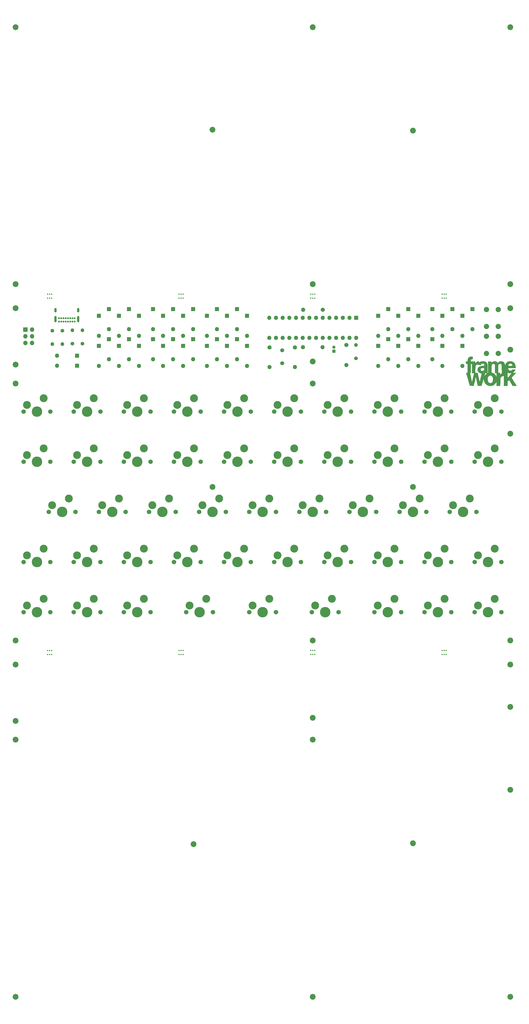
<source format=gts>
G04 #@! TF.GenerationSoftware,KiCad,Pcbnew,8.0.6*
G04 #@! TF.CreationDate,2024-11-17T02:17:28-07:00*
G04 #@! TF.ProjectId,framework,6672616d-6577-46f7-926b-2e6b69636164,1*
G04 #@! TF.SameCoordinates,Original*
G04 #@! TF.FileFunction,Soldermask,Top*
G04 #@! TF.FilePolarity,Negative*
%FSLAX46Y46*%
G04 Gerber Fmt 4.6, Leading zero omitted, Abs format (unit mm)*
G04 Created by KiCad (PCBNEW 8.0.6) date 2024-11-17 02:17:28*
%MOMM*%
%LPD*%
G01*
G04 APERTURE LIST*
%ADD10C,0.010000*%
%ADD11R,1.200000X1.200000*%
%ADD12C,1.200000*%
%ADD13C,1.500000*%
%ADD14R,1.600000X1.600000*%
%ADD15O,1.600000X1.600000*%
%ADD16C,1.701800*%
%ADD17C,3.987800*%
%ADD18C,3.000000*%
%ADD19C,2.000000*%
%ADD20C,1.400000*%
%ADD21O,1.400000X1.400000*%
%ADD22C,1.600000*%
%ADD23C,0.700000*%
%ADD24O,0.900000X2.400000*%
%ADD25O,0.900000X1.700000*%
%ADD26R,1.700000X1.700000*%
%ADD27O,1.700000X1.700000*%
%ADD28C,2.200000*%
%ADD29C,0.500000*%
G04 APERTURE END LIST*
D10*
X268668232Y-208487719D02*
X268852230Y-208545483D01*
X268926316Y-208690057D01*
X268939272Y-208988430D01*
X268936897Y-209031020D01*
X268913287Y-209280247D01*
X268863938Y-209407400D01*
X268759029Y-209459690D01*
X268656561Y-209474821D01*
X268382391Y-209543879D01*
X268237586Y-209695633D01*
X268191297Y-209965129D01*
X268190895Y-210003797D01*
X268190895Y-210329030D01*
X269841895Y-210377496D01*
X269868580Y-210750653D01*
X269895266Y-211123811D01*
X270055336Y-210860597D01*
X270336174Y-210557388D01*
X270751592Y-210352723D01*
X270963728Y-210296299D01*
X271150713Y-210267772D01*
X271225298Y-210318667D01*
X271238891Y-210485510D01*
X271238895Y-210491808D01*
X271238895Y-210746575D01*
X271606821Y-210540937D01*
X272061685Y-210360409D01*
X272569396Y-210279056D01*
X273085989Y-210293417D01*
X273567499Y-210400029D01*
X273969960Y-210595431D01*
X274142747Y-210740598D01*
X274272186Y-210894243D01*
X274370642Y-211066239D01*
X274442193Y-211281246D01*
X274490914Y-211563925D01*
X274520880Y-211938940D01*
X274536167Y-212430950D01*
X274540851Y-213064618D01*
X274540895Y-213149770D01*
X274540895Y-214737829D01*
X273701398Y-214737829D01*
X273522479Y-215338606D01*
X273442074Y-215634992D01*
X273394566Y-215864228D01*
X273388781Y-215982434D01*
X273391894Y-215987717D01*
X273432175Y-215962159D01*
X273440228Y-215889418D01*
X273501800Y-215747302D01*
X273661909Y-215539851D01*
X273883644Y-215303356D01*
X274130095Y-215074106D01*
X274364351Y-214888392D01*
X274549501Y-214782505D01*
X274573702Y-214774987D01*
X274794895Y-214719472D01*
X274794895Y-213080984D01*
X275996461Y-213080984D01*
X275999257Y-213270472D01*
X276022561Y-214592322D01*
X276376114Y-214696622D01*
X276685693Y-214812217D01*
X276986557Y-214960587D01*
X277026516Y-214984385D01*
X277306126Y-215221477D01*
X277574385Y-215555540D01*
X277786396Y-215921951D01*
X277893097Y-216231666D01*
X277937281Y-216421830D01*
X277975442Y-216514163D01*
X277979317Y-216515829D01*
X277992828Y-216436995D01*
X278003650Y-216223813D01*
X278010490Y-215911263D01*
X278012091Y-215649226D01*
X278012228Y-215626829D01*
X278012228Y-214737829D01*
X277419561Y-214737829D01*
X277419561Y-214643426D01*
X278604895Y-214643426D01*
X279324561Y-214695496D01*
X279350932Y-215111504D01*
X279377303Y-215527513D01*
X279536902Y-215265075D01*
X279686925Y-215064157D01*
X279837675Y-214927708D01*
X279849197Y-214921088D01*
X279901510Y-214882003D01*
X279939249Y-214813549D01*
X279963879Y-214692656D01*
X279970992Y-214585068D01*
X282160895Y-214585068D01*
X282160895Y-215649226D01*
X282163190Y-216047363D01*
X282169461Y-216372001D01*
X282178788Y-216592565D01*
X282190248Y-216678482D01*
X282191901Y-216678107D01*
X282254547Y-216602661D01*
X282402703Y-216422728D01*
X282614575Y-216164814D01*
X282868367Y-215855425D01*
X282882246Y-215838496D01*
X283148853Y-215513783D01*
X283385790Y-215226170D01*
X283567103Y-215007098D01*
X283666227Y-214888723D01*
X283726451Y-214804105D01*
X283694845Y-214768559D01*
X283542278Y-214771983D01*
X283378049Y-214788820D01*
X282912695Y-214782146D01*
X282563061Y-214709712D01*
X282160895Y-214585068D01*
X279970992Y-214585068D01*
X279976863Y-214496253D01*
X279979667Y-214201270D01*
X279973756Y-213784635D01*
X279960593Y-213223278D01*
X279959561Y-213182769D01*
X279942452Y-212575312D01*
X279922054Y-212115126D01*
X279910235Y-211983443D01*
X282330228Y-211983443D01*
X282408915Y-212002355D01*
X282621082Y-212017358D01*
X282930888Y-212026544D01*
X283176895Y-212028496D01*
X283569734Y-212024573D01*
X283821858Y-212009862D01*
X283961765Y-211979946D01*
X284017955Y-211930408D01*
X284023561Y-211897291D01*
X283967908Y-211672202D01*
X283832629Y-211421544D01*
X283665240Y-211226242D01*
X283604918Y-211184339D01*
X283294553Y-211102628D01*
X282960406Y-211141479D01*
X282763456Y-211235227D01*
X282618061Y-211388223D01*
X282469908Y-211616736D01*
X282360973Y-211848273D01*
X282330228Y-211983443D01*
X279910235Y-211983443D01*
X279891990Y-211780177D01*
X279845882Y-211548430D01*
X279777352Y-211397852D01*
X279680022Y-211306409D01*
X279547515Y-211252065D01*
X279390319Y-211216147D01*
X279190605Y-211201885D01*
X279025139Y-211274176D01*
X278862287Y-211419411D01*
X278604895Y-211676803D01*
X278604895Y-214643426D01*
X277419561Y-214643426D01*
X277419561Y-213167647D01*
X277418943Y-212616027D01*
X277415082Y-212207985D01*
X277404966Y-211917764D01*
X277385587Y-211719611D01*
X277375310Y-211676803D01*
X277353933Y-211587768D01*
X277306995Y-211496482D01*
X277241761Y-211419995D01*
X277211743Y-211389647D01*
X276976532Y-211222446D01*
X276715358Y-211193018D01*
X276447311Y-211265957D01*
X276283274Y-211357698D01*
X276161159Y-211505275D01*
X276076193Y-211730040D01*
X276023603Y-212053345D01*
X275998617Y-212496542D01*
X275996461Y-213080984D01*
X274794895Y-213080984D01*
X274794895Y-210335162D01*
X275980228Y-210335162D01*
X275980228Y-210858215D01*
X276236857Y-210642276D01*
X276587977Y-210428152D01*
X277009072Y-210287536D01*
X277316447Y-210250968D01*
X277639615Y-210311617D01*
X277968655Y-210467781D01*
X278219650Y-210678639D01*
X278234531Y-210697556D01*
X278393228Y-210908058D01*
X278666080Y-210668562D01*
X279100479Y-210391204D01*
X279577572Y-210272134D01*
X280072398Y-210315106D01*
X280355127Y-210414594D01*
X280636278Y-210577257D01*
X280836566Y-210791480D01*
X280982125Y-211096509D01*
X281099089Y-211531587D01*
X281099150Y-211531867D01*
X281157843Y-211775397D01*
X281201977Y-211907872D01*
X281222527Y-211902657D01*
X281222830Y-211896953D01*
X281289122Y-211620892D01*
X281446483Y-211291566D01*
X281659319Y-210968094D01*
X281892039Y-210709596D01*
X281979787Y-210639655D01*
X282461242Y-210398637D01*
X282995524Y-210286066D01*
X283540765Y-210300646D01*
X284055100Y-210441082D01*
X284496664Y-210706079D01*
X284510733Y-210717976D01*
X284824834Y-211069105D01*
X285037988Y-211509850D01*
X285162272Y-212067775D01*
X285183169Y-212252783D01*
X285233381Y-212790496D01*
X283781804Y-212790496D01*
X283255030Y-212791298D01*
X282874013Y-212795582D01*
X282615182Y-212806169D01*
X282454962Y-212825874D01*
X282369780Y-212857517D01*
X282336062Y-212903916D01*
X282330228Y-212964033D01*
X282392679Y-213237840D01*
X282550113Y-213526323D01*
X282757649Y-213748702D01*
X282771916Y-213759023D01*
X283077477Y-213878305D01*
X283415231Y-213864512D01*
X283728220Y-213728532D01*
X283922529Y-213539059D01*
X284023005Y-213449791D01*
X284192702Y-213401487D01*
X284474918Y-213383949D01*
X284584401Y-213383162D01*
X284879097Y-213386423D01*
X285038496Y-213404966D01*
X285096623Y-213451925D01*
X285087502Y-213540440D01*
X285077773Y-213573662D01*
X284934531Y-213864205D01*
X284699673Y-214170426D01*
X284428627Y-214424031D01*
X284336353Y-214487187D01*
X284076092Y-214645461D01*
X284723562Y-214670478D01*
X285371033Y-214695496D01*
X284525629Y-215600268D01*
X283680224Y-216505040D01*
X284427511Y-217716934D01*
X284692536Y-218146974D01*
X284941025Y-218550620D01*
X285153004Y-218895397D01*
X285308500Y-219148825D01*
X285368084Y-219246329D01*
X285561372Y-219563829D01*
X284041720Y-219563829D01*
X282797338Y-217368057D01*
X282479116Y-217678793D01*
X282160895Y-217989528D01*
X282160895Y-219563829D01*
X280806228Y-219563829D01*
X280806228Y-215816853D01*
X280446395Y-215874287D01*
X280022022Y-215995368D01*
X279708869Y-216217055D01*
X279558574Y-216407157D01*
X279502013Y-216517881D01*
X279459790Y-216670644D01*
X279429120Y-216891994D01*
X279407219Y-217208480D01*
X279391301Y-217646649D01*
X279381067Y-218099311D01*
X279352907Y-219563829D01*
X278012228Y-219563829D01*
X278006331Y-218611329D01*
X278003157Y-218201372D01*
X277997166Y-217943505D01*
X277984514Y-217820488D01*
X277961360Y-217815079D01*
X277923862Y-217910039D01*
X277880697Y-218047523D01*
X277689386Y-218451219D01*
X277386094Y-218852061D01*
X277019632Y-219194092D01*
X276710118Y-219389546D01*
X276280197Y-219532725D01*
X275769010Y-219605726D01*
X275251976Y-219602593D01*
X274863437Y-219535396D01*
X274293572Y-219294522D01*
X273835131Y-218929453D01*
X273493431Y-218447961D01*
X273273790Y-217857817D01*
X273181524Y-217166792D01*
X273180084Y-217108857D01*
X274550375Y-217108857D01*
X274584580Y-217508597D01*
X274658190Y-217861003D01*
X274766075Y-218107027D01*
X274768996Y-218111071D01*
X275072217Y-218402761D01*
X275433667Y-218557378D01*
X275816768Y-218566565D01*
X276170279Y-218431230D01*
X276382313Y-218209884D01*
X276538074Y-217870071D01*
X276631370Y-217455083D01*
X276656010Y-217008211D01*
X276605803Y-216572747D01*
X276486978Y-216216914D01*
X276256421Y-215904210D01*
X275953675Y-215719299D01*
X275613513Y-215658706D01*
X275270712Y-215718950D01*
X274960046Y-215896555D01*
X274716289Y-216188041D01*
X274620693Y-216403578D01*
X274560704Y-216720834D01*
X274550375Y-217108857D01*
X273180084Y-217108857D01*
X273179214Y-217073873D01*
X273172201Y-216558162D01*
X272961604Y-217235496D01*
X272837688Y-217635809D01*
X272690325Y-218114490D01*
X272545249Y-218587870D01*
X272499315Y-218738329D01*
X272247623Y-219563829D01*
X270827111Y-219563829D01*
X270692336Y-218949996D01*
X270620177Y-218621665D01*
X270524244Y-218185606D01*
X270417221Y-217699452D01*
X270315022Y-217235496D01*
X270223763Y-216843498D01*
X270141746Y-216532038D01*
X270076575Y-216327065D01*
X270035853Y-216254528D01*
X270029749Y-216261829D01*
X269990711Y-216409798D01*
X269933463Y-216662701D01*
X269884492Y-216896829D01*
X269824418Y-217180646D01*
X269736926Y-217576482D01*
X269633818Y-218031625D01*
X269528274Y-218487501D01*
X269274578Y-219570174D01*
X267815252Y-219521496D01*
X266478805Y-214843662D01*
X267874308Y-214843662D01*
X267904055Y-214957598D01*
X267961816Y-215208524D01*
X268041212Y-215567629D01*
X268135859Y-216006101D01*
X268225947Y-216431162D01*
X268330066Y-216924835D01*
X268425334Y-217373448D01*
X268505016Y-217745524D01*
X268562377Y-218009589D01*
X268588285Y-218124496D01*
X268604646Y-218200060D01*
X268618141Y-218252657D01*
X268633933Y-218264608D01*
X268657184Y-218218238D01*
X268693056Y-218095871D01*
X268746712Y-217879830D01*
X268823313Y-217552439D01*
X268928022Y-217096021D01*
X269066001Y-216492900D01*
X269070447Y-216473496D01*
X269176252Y-216013296D01*
X269273011Y-215595276D01*
X269352465Y-215254922D01*
X269406349Y-215027721D01*
X269420354Y-214970662D01*
X269447156Y-214828909D01*
X269406975Y-214760875D01*
X269261322Y-214739507D01*
X269089073Y-214737829D01*
X268698895Y-214737829D01*
X268698895Y-214644313D01*
X269884228Y-214644313D01*
X270323843Y-214669904D01*
X270763459Y-214695496D01*
X271149343Y-216450016D01*
X271284940Y-217047860D01*
X271400105Y-217517117D01*
X271492204Y-217848310D01*
X271558603Y-218031964D01*
X271596631Y-218058683D01*
X271634299Y-217931962D01*
X271701378Y-217669182D01*
X271790769Y-217299636D01*
X271895375Y-216852616D01*
X271981773Y-216473496D01*
X273186228Y-216473496D01*
X273228561Y-216515829D01*
X273270895Y-216473496D01*
X273228561Y-216431162D01*
X273186228Y-216473496D01*
X271981773Y-216473496D01*
X271998797Y-216398795D01*
X272106949Y-215916652D01*
X272200951Y-215494504D01*
X272274950Y-215158883D01*
X272323096Y-214936324D01*
X272339561Y-214853628D01*
X272267875Y-214828840D01*
X272158884Y-214822496D01*
X271687991Y-214747110D01*
X271442656Y-214618552D01*
X273043386Y-214618552D01*
X273079296Y-214649672D01*
X273212379Y-214653162D01*
X273394687Y-214611670D01*
X273440228Y-214526162D01*
X273404894Y-214416037D01*
X273288429Y-214436167D01*
X273148879Y-214528855D01*
X273043386Y-214618552D01*
X271442656Y-214618552D01*
X271289252Y-214538167D01*
X270984464Y-214221485D01*
X270795425Y-213822884D01*
X270745628Y-213383162D01*
X271916228Y-213383162D01*
X271984938Y-213671571D01*
X272165703Y-213870581D01*
X272420480Y-213969175D01*
X272711223Y-213956333D01*
X272999886Y-213821037D01*
X273108074Y-213728342D01*
X273287467Y-213496569D01*
X273352384Y-213237061D01*
X273355561Y-213135675D01*
X273355561Y-212790496D01*
X272805228Y-212790496D01*
X272385184Y-212825891D01*
X272106444Y-212938258D01*
X271955098Y-213136870D01*
X271916228Y-213383162D01*
X270745628Y-213383162D01*
X270743931Y-213368181D01*
X270767174Y-213173988D01*
X270920231Y-212774115D01*
X271214060Y-212461589D01*
X271650486Y-212235324D01*
X272231331Y-212094236D01*
X272657061Y-212049553D01*
X273355561Y-212004627D01*
X273355561Y-211720228D01*
X273284058Y-211411499D01*
X273090062Y-211193678D01*
X272804338Y-211098810D01*
X272757328Y-211097162D01*
X272402686Y-211158871D01*
X272161860Y-211341124D01*
X272082062Y-211487365D01*
X272025625Y-211602150D01*
X271937733Y-211662260D01*
X271773191Y-211681431D01*
X271486799Y-211673404D01*
X271472282Y-211672717D01*
X271153680Y-211644274D01*
X270990934Y-211594947D01*
X270963728Y-211541662D01*
X270918153Y-211457293D01*
X270762836Y-211442686D01*
X270541710Y-211496483D01*
X270399440Y-211559099D01*
X270212833Y-211684943D01*
X270075473Y-211858159D01*
X269980650Y-212103442D01*
X269921653Y-212445487D01*
X269891773Y-212908987D01*
X269884228Y-213455033D01*
X269884228Y-214644313D01*
X268698895Y-214644313D01*
X268698895Y-213455033D01*
X268698895Y-211266496D01*
X268190895Y-211266496D01*
X268190895Y-213002162D01*
X268190385Y-213585148D01*
X268187376Y-214020385D01*
X268179651Y-214329458D01*
X268164990Y-214533950D01*
X268141175Y-214655447D01*
X268105989Y-214715531D01*
X268057211Y-214735788D01*
X268012503Y-214737829D01*
X267882885Y-214777085D01*
X267874308Y-214843662D01*
X266478805Y-214843662D01*
X266436474Y-214695496D01*
X266721018Y-214669218D01*
X267005561Y-214642940D01*
X267005561Y-211276717D01*
X266688061Y-211250440D01*
X266370561Y-211224162D01*
X266319379Y-210335162D01*
X267005561Y-210335162D01*
X267007421Y-209932996D01*
X267072668Y-209430799D01*
X267256254Y-209022155D01*
X267547472Y-208727011D01*
X267701202Y-208640829D01*
X268022679Y-208534254D01*
X268365448Y-208481525D01*
X268668232Y-208487719D01*
G36*
X268668232Y-208487719D02*
G01*
X268852230Y-208545483D01*
X268926316Y-208690057D01*
X268939272Y-208988430D01*
X268936897Y-209031020D01*
X268913287Y-209280247D01*
X268863938Y-209407400D01*
X268759029Y-209459690D01*
X268656561Y-209474821D01*
X268382391Y-209543879D01*
X268237586Y-209695633D01*
X268191297Y-209965129D01*
X268190895Y-210003797D01*
X268190895Y-210329030D01*
X269841895Y-210377496D01*
X269868580Y-210750653D01*
X269895266Y-211123811D01*
X270055336Y-210860597D01*
X270336174Y-210557388D01*
X270751592Y-210352723D01*
X270963728Y-210296299D01*
X271150713Y-210267772D01*
X271225298Y-210318667D01*
X271238891Y-210485510D01*
X271238895Y-210491808D01*
X271238895Y-210746575D01*
X271606821Y-210540937D01*
X272061685Y-210360409D01*
X272569396Y-210279056D01*
X273085989Y-210293417D01*
X273567499Y-210400029D01*
X273969960Y-210595431D01*
X274142747Y-210740598D01*
X274272186Y-210894243D01*
X274370642Y-211066239D01*
X274442193Y-211281246D01*
X274490914Y-211563925D01*
X274520880Y-211938940D01*
X274536167Y-212430950D01*
X274540851Y-213064618D01*
X274540895Y-213149770D01*
X274540895Y-214737829D01*
X273701398Y-214737829D01*
X273522479Y-215338606D01*
X273442074Y-215634992D01*
X273394566Y-215864228D01*
X273388781Y-215982434D01*
X273391894Y-215987717D01*
X273432175Y-215962159D01*
X273440228Y-215889418D01*
X273501800Y-215747302D01*
X273661909Y-215539851D01*
X273883644Y-215303356D01*
X274130095Y-215074106D01*
X274364351Y-214888392D01*
X274549501Y-214782505D01*
X274573702Y-214774987D01*
X274794895Y-214719472D01*
X274794895Y-213080984D01*
X275996461Y-213080984D01*
X275999257Y-213270472D01*
X276022561Y-214592322D01*
X276376114Y-214696622D01*
X276685693Y-214812217D01*
X276986557Y-214960587D01*
X277026516Y-214984385D01*
X277306126Y-215221477D01*
X277574385Y-215555540D01*
X277786396Y-215921951D01*
X277893097Y-216231666D01*
X277937281Y-216421830D01*
X277975442Y-216514163D01*
X277979317Y-216515829D01*
X277992828Y-216436995D01*
X278003650Y-216223813D01*
X278010490Y-215911263D01*
X278012091Y-215649226D01*
X278012228Y-215626829D01*
X278012228Y-214737829D01*
X277419561Y-214737829D01*
X277419561Y-214643426D01*
X278604895Y-214643426D01*
X279324561Y-214695496D01*
X279350932Y-215111504D01*
X279377303Y-215527513D01*
X279536902Y-215265075D01*
X279686925Y-215064157D01*
X279837675Y-214927708D01*
X279849197Y-214921088D01*
X279901510Y-214882003D01*
X279939249Y-214813549D01*
X279963879Y-214692656D01*
X279970992Y-214585068D01*
X282160895Y-214585068D01*
X282160895Y-215649226D01*
X282163190Y-216047363D01*
X282169461Y-216372001D01*
X282178788Y-216592565D01*
X282190248Y-216678482D01*
X282191901Y-216678107D01*
X282254547Y-216602661D01*
X282402703Y-216422728D01*
X282614575Y-216164814D01*
X282868367Y-215855425D01*
X282882246Y-215838496D01*
X283148853Y-215513783D01*
X283385790Y-215226170D01*
X283567103Y-215007098D01*
X283666227Y-214888723D01*
X283726451Y-214804105D01*
X283694845Y-214768559D01*
X283542278Y-214771983D01*
X283378049Y-214788820D01*
X282912695Y-214782146D01*
X282563061Y-214709712D01*
X282160895Y-214585068D01*
X279970992Y-214585068D01*
X279976863Y-214496253D01*
X279979667Y-214201270D01*
X279973756Y-213784635D01*
X279960593Y-213223278D01*
X279959561Y-213182769D01*
X279942452Y-212575312D01*
X279922054Y-212115126D01*
X279910235Y-211983443D01*
X282330228Y-211983443D01*
X282408915Y-212002355D01*
X282621082Y-212017358D01*
X282930888Y-212026544D01*
X283176895Y-212028496D01*
X283569734Y-212024573D01*
X283821858Y-212009862D01*
X283961765Y-211979946D01*
X284017955Y-211930408D01*
X284023561Y-211897291D01*
X283967908Y-211672202D01*
X283832629Y-211421544D01*
X283665240Y-211226242D01*
X283604918Y-211184339D01*
X283294553Y-211102628D01*
X282960406Y-211141479D01*
X282763456Y-211235227D01*
X282618061Y-211388223D01*
X282469908Y-211616736D01*
X282360973Y-211848273D01*
X282330228Y-211983443D01*
X279910235Y-211983443D01*
X279891990Y-211780177D01*
X279845882Y-211548430D01*
X279777352Y-211397852D01*
X279680022Y-211306409D01*
X279547515Y-211252065D01*
X279390319Y-211216147D01*
X279190605Y-211201885D01*
X279025139Y-211274176D01*
X278862287Y-211419411D01*
X278604895Y-211676803D01*
X278604895Y-214643426D01*
X277419561Y-214643426D01*
X277419561Y-213167647D01*
X277418943Y-212616027D01*
X277415082Y-212207985D01*
X277404966Y-211917764D01*
X277385587Y-211719611D01*
X277375310Y-211676803D01*
X277353933Y-211587768D01*
X277306995Y-211496482D01*
X277241761Y-211419995D01*
X277211743Y-211389647D01*
X276976532Y-211222446D01*
X276715358Y-211193018D01*
X276447311Y-211265957D01*
X276283274Y-211357698D01*
X276161159Y-211505275D01*
X276076193Y-211730040D01*
X276023603Y-212053345D01*
X275998617Y-212496542D01*
X275996461Y-213080984D01*
X274794895Y-213080984D01*
X274794895Y-210335162D01*
X275980228Y-210335162D01*
X275980228Y-210858215D01*
X276236857Y-210642276D01*
X276587977Y-210428152D01*
X277009072Y-210287536D01*
X277316447Y-210250968D01*
X277639615Y-210311617D01*
X277968655Y-210467781D01*
X278219650Y-210678639D01*
X278234531Y-210697556D01*
X278393228Y-210908058D01*
X278666080Y-210668562D01*
X279100479Y-210391204D01*
X279577572Y-210272134D01*
X280072398Y-210315106D01*
X280355127Y-210414594D01*
X280636278Y-210577257D01*
X280836566Y-210791480D01*
X280982125Y-211096509D01*
X281099089Y-211531587D01*
X281099150Y-211531867D01*
X281157843Y-211775397D01*
X281201977Y-211907872D01*
X281222527Y-211902657D01*
X281222830Y-211896953D01*
X281289122Y-211620892D01*
X281446483Y-211291566D01*
X281659319Y-210968094D01*
X281892039Y-210709596D01*
X281979787Y-210639655D01*
X282461242Y-210398637D01*
X282995524Y-210286066D01*
X283540765Y-210300646D01*
X284055100Y-210441082D01*
X284496664Y-210706079D01*
X284510733Y-210717976D01*
X284824834Y-211069105D01*
X285037988Y-211509850D01*
X285162272Y-212067775D01*
X285183169Y-212252783D01*
X285233381Y-212790496D01*
X283781804Y-212790496D01*
X283255030Y-212791298D01*
X282874013Y-212795582D01*
X282615182Y-212806169D01*
X282454962Y-212825874D01*
X282369780Y-212857517D01*
X282336062Y-212903916D01*
X282330228Y-212964033D01*
X282392679Y-213237840D01*
X282550113Y-213526323D01*
X282757649Y-213748702D01*
X282771916Y-213759023D01*
X283077477Y-213878305D01*
X283415231Y-213864512D01*
X283728220Y-213728532D01*
X283922529Y-213539059D01*
X284023005Y-213449791D01*
X284192702Y-213401487D01*
X284474918Y-213383949D01*
X284584401Y-213383162D01*
X284879097Y-213386423D01*
X285038496Y-213404966D01*
X285096623Y-213451925D01*
X285087502Y-213540440D01*
X285077773Y-213573662D01*
X284934531Y-213864205D01*
X284699673Y-214170426D01*
X284428627Y-214424031D01*
X284336353Y-214487187D01*
X284076092Y-214645461D01*
X284723562Y-214670478D01*
X285371033Y-214695496D01*
X284525629Y-215600268D01*
X283680224Y-216505040D01*
X284427511Y-217716934D01*
X284692536Y-218146974D01*
X284941025Y-218550620D01*
X285153004Y-218895397D01*
X285308500Y-219148825D01*
X285368084Y-219246329D01*
X285561372Y-219563829D01*
X284041720Y-219563829D01*
X282797338Y-217368057D01*
X282479116Y-217678793D01*
X282160895Y-217989528D01*
X282160895Y-219563829D01*
X280806228Y-219563829D01*
X280806228Y-215816853D01*
X280446395Y-215874287D01*
X280022022Y-215995368D01*
X279708869Y-216217055D01*
X279558574Y-216407157D01*
X279502013Y-216517881D01*
X279459790Y-216670644D01*
X279429120Y-216891994D01*
X279407219Y-217208480D01*
X279391301Y-217646649D01*
X279381067Y-218099311D01*
X279352907Y-219563829D01*
X278012228Y-219563829D01*
X278006331Y-218611329D01*
X278003157Y-218201372D01*
X277997166Y-217943505D01*
X277984514Y-217820488D01*
X277961360Y-217815079D01*
X277923862Y-217910039D01*
X277880697Y-218047523D01*
X277689386Y-218451219D01*
X277386094Y-218852061D01*
X277019632Y-219194092D01*
X276710118Y-219389546D01*
X276280197Y-219532725D01*
X275769010Y-219605726D01*
X275251976Y-219602593D01*
X274863437Y-219535396D01*
X274293572Y-219294522D01*
X273835131Y-218929453D01*
X273493431Y-218447961D01*
X273273790Y-217857817D01*
X273181524Y-217166792D01*
X273180084Y-217108857D01*
X274550375Y-217108857D01*
X274584580Y-217508597D01*
X274658190Y-217861003D01*
X274766075Y-218107027D01*
X274768996Y-218111071D01*
X275072217Y-218402761D01*
X275433667Y-218557378D01*
X275816768Y-218566565D01*
X276170279Y-218431230D01*
X276382313Y-218209884D01*
X276538074Y-217870071D01*
X276631370Y-217455083D01*
X276656010Y-217008211D01*
X276605803Y-216572747D01*
X276486978Y-216216914D01*
X276256421Y-215904210D01*
X275953675Y-215719299D01*
X275613513Y-215658706D01*
X275270712Y-215718950D01*
X274960046Y-215896555D01*
X274716289Y-216188041D01*
X274620693Y-216403578D01*
X274560704Y-216720834D01*
X274550375Y-217108857D01*
X273180084Y-217108857D01*
X273179214Y-217073873D01*
X273172201Y-216558162D01*
X272961604Y-217235496D01*
X272837688Y-217635809D01*
X272690325Y-218114490D01*
X272545249Y-218587870D01*
X272499315Y-218738329D01*
X272247623Y-219563829D01*
X270827111Y-219563829D01*
X270692336Y-218949996D01*
X270620177Y-218621665D01*
X270524244Y-218185606D01*
X270417221Y-217699452D01*
X270315022Y-217235496D01*
X270223763Y-216843498D01*
X270141746Y-216532038D01*
X270076575Y-216327065D01*
X270035853Y-216254528D01*
X270029749Y-216261829D01*
X269990711Y-216409798D01*
X269933463Y-216662701D01*
X269884492Y-216896829D01*
X269824418Y-217180646D01*
X269736926Y-217576482D01*
X269633818Y-218031625D01*
X269528274Y-218487501D01*
X269274578Y-219570174D01*
X267815252Y-219521496D01*
X266478805Y-214843662D01*
X267874308Y-214843662D01*
X267904055Y-214957598D01*
X267961816Y-215208524D01*
X268041212Y-215567629D01*
X268135859Y-216006101D01*
X268225947Y-216431162D01*
X268330066Y-216924835D01*
X268425334Y-217373448D01*
X268505016Y-217745524D01*
X268562377Y-218009589D01*
X268588285Y-218124496D01*
X268604646Y-218200060D01*
X268618141Y-218252657D01*
X268633933Y-218264608D01*
X268657184Y-218218238D01*
X268693056Y-218095871D01*
X268746712Y-217879830D01*
X268823313Y-217552439D01*
X268928022Y-217096021D01*
X269066001Y-216492900D01*
X269070447Y-216473496D01*
X269176252Y-216013296D01*
X269273011Y-215595276D01*
X269352465Y-215254922D01*
X269406349Y-215027721D01*
X269420354Y-214970662D01*
X269447156Y-214828909D01*
X269406975Y-214760875D01*
X269261322Y-214739507D01*
X269089073Y-214737829D01*
X268698895Y-214737829D01*
X268698895Y-214644313D01*
X269884228Y-214644313D01*
X270323843Y-214669904D01*
X270763459Y-214695496D01*
X271149343Y-216450016D01*
X271284940Y-217047860D01*
X271400105Y-217517117D01*
X271492204Y-217848310D01*
X271558603Y-218031964D01*
X271596631Y-218058683D01*
X271634299Y-217931962D01*
X271701378Y-217669182D01*
X271790769Y-217299636D01*
X271895375Y-216852616D01*
X271981773Y-216473496D01*
X273186228Y-216473496D01*
X273228561Y-216515829D01*
X273270895Y-216473496D01*
X273228561Y-216431162D01*
X273186228Y-216473496D01*
X271981773Y-216473496D01*
X271998797Y-216398795D01*
X272106949Y-215916652D01*
X272200951Y-215494504D01*
X272274950Y-215158883D01*
X272323096Y-214936324D01*
X272339561Y-214853628D01*
X272267875Y-214828840D01*
X272158884Y-214822496D01*
X271687991Y-214747110D01*
X271442656Y-214618552D01*
X273043386Y-214618552D01*
X273079296Y-214649672D01*
X273212379Y-214653162D01*
X273394687Y-214611670D01*
X273440228Y-214526162D01*
X273404894Y-214416037D01*
X273288429Y-214436167D01*
X273148879Y-214528855D01*
X273043386Y-214618552D01*
X271442656Y-214618552D01*
X271289252Y-214538167D01*
X270984464Y-214221485D01*
X270795425Y-213822884D01*
X270745628Y-213383162D01*
X271916228Y-213383162D01*
X271984938Y-213671571D01*
X272165703Y-213870581D01*
X272420480Y-213969175D01*
X272711223Y-213956333D01*
X272999886Y-213821037D01*
X273108074Y-213728342D01*
X273287467Y-213496569D01*
X273352384Y-213237061D01*
X273355561Y-213135675D01*
X273355561Y-212790496D01*
X272805228Y-212790496D01*
X272385184Y-212825891D01*
X272106444Y-212938258D01*
X271955098Y-213136870D01*
X271916228Y-213383162D01*
X270745628Y-213383162D01*
X270743931Y-213368181D01*
X270767174Y-213173988D01*
X270920231Y-212774115D01*
X271214060Y-212461589D01*
X271650486Y-212235324D01*
X272231331Y-212094236D01*
X272657061Y-212049553D01*
X273355561Y-212004627D01*
X273355561Y-211720228D01*
X273284058Y-211411499D01*
X273090062Y-211193678D01*
X272804338Y-211098810D01*
X272757328Y-211097162D01*
X272402686Y-211158871D01*
X272161860Y-211341124D01*
X272082062Y-211487365D01*
X272025625Y-211602150D01*
X271937733Y-211662260D01*
X271773191Y-211681431D01*
X271486799Y-211673404D01*
X271472282Y-211672717D01*
X271153680Y-211644274D01*
X270990934Y-211594947D01*
X270963728Y-211541662D01*
X270918153Y-211457293D01*
X270762836Y-211442686D01*
X270541710Y-211496483D01*
X270399440Y-211559099D01*
X270212833Y-211684943D01*
X270075473Y-211858159D01*
X269980650Y-212103442D01*
X269921653Y-212445487D01*
X269891773Y-212908987D01*
X269884228Y-213455033D01*
X269884228Y-214644313D01*
X268698895Y-214644313D01*
X268698895Y-213455033D01*
X268698895Y-211266496D01*
X268190895Y-211266496D01*
X268190895Y-213002162D01*
X268190385Y-213585148D01*
X268187376Y-214020385D01*
X268179651Y-214329458D01*
X268164990Y-214533950D01*
X268141175Y-214655447D01*
X268105989Y-214715531D01*
X268057211Y-214735788D01*
X268012503Y-214737829D01*
X267882885Y-214777085D01*
X267874308Y-214843662D01*
X266478805Y-214843662D01*
X266436474Y-214695496D01*
X266721018Y-214669218D01*
X267005561Y-214642940D01*
X267005561Y-211276717D01*
X266688061Y-211250440D01*
X266370561Y-211224162D01*
X266319379Y-210335162D01*
X267005561Y-210335162D01*
X267007421Y-209932996D01*
X267072668Y-209430799D01*
X267256254Y-209022155D01*
X267547472Y-208727011D01*
X267701202Y-208640829D01*
X268022679Y-208534254D01*
X268365448Y-208481525D01*
X268668232Y-208487719D01*
G37*
D11*
X216185750Y-206458750D03*
D12*
X216185750Y-204958750D03*
D13*
X196500750Y-211013250D03*
X196500750Y-206133250D03*
D14*
X224655125Y-193766625D03*
D15*
X191635125Y-201386625D03*
X222115125Y-193766625D03*
X194175125Y-201386625D03*
X219575125Y-193766625D03*
X196715125Y-201386625D03*
X217035125Y-193766625D03*
X199255125Y-201386625D03*
X214495125Y-193766625D03*
X201795125Y-201386625D03*
X211955125Y-193766625D03*
X204335125Y-201386625D03*
X209415125Y-193766625D03*
X206875125Y-201386625D03*
X206875125Y-193766625D03*
X209415125Y-201386625D03*
X204335125Y-193766625D03*
X211955125Y-201386625D03*
X201795125Y-193766625D03*
X214495125Y-201386625D03*
X199255125Y-193766625D03*
X217035125Y-201386625D03*
X196715125Y-193766625D03*
X219575125Y-201386625D03*
X194175125Y-193766625D03*
X222115125Y-201386625D03*
X191635125Y-193766625D03*
X224655125Y-201386625D03*
D16*
X193500375Y-286603625D03*
X203660375Y-286603625D03*
D17*
X198580375Y-286603625D03*
D18*
X194770375Y-284063625D03*
X201120375Y-281523625D03*
D16*
X203025375Y-267553625D03*
X213185375Y-267553625D03*
D17*
X208105375Y-267553625D03*
D18*
X204295375Y-265013625D03*
X210645375Y-262473625D03*
D16*
X193500375Y-248503625D03*
X203660375Y-248503625D03*
D17*
X198580375Y-248503625D03*
D18*
X194770375Y-245963625D03*
X201120375Y-243423625D03*
D16*
X193500375Y-229453625D03*
X203660375Y-229453625D03*
D17*
X198580375Y-229453625D03*
D18*
X194770375Y-226913625D03*
X201120375Y-224373625D03*
D16*
X183975375Y-305653625D03*
X194135375Y-305653625D03*
D17*
X189055375Y-305653625D03*
D18*
X185245375Y-303113625D03*
X191595375Y-300573625D03*
D16*
X174450375Y-286603625D03*
X184610375Y-286603625D03*
D17*
X179530375Y-286603625D03*
D18*
X175720375Y-284063625D03*
X182070375Y-281523625D03*
X191595375Y-262473625D03*
X185245375Y-265013625D03*
D17*
X189055375Y-267553625D03*
D16*
X194135375Y-267553625D03*
X183975375Y-267553625D03*
X174450375Y-248503625D03*
X184610375Y-248503625D03*
D17*
X179530375Y-248503625D03*
D18*
X175720375Y-245963625D03*
X182070375Y-243423625D03*
D16*
X174450375Y-229453625D03*
X184610375Y-229453625D03*
D17*
X179530375Y-229453625D03*
D18*
X175720375Y-226913625D03*
X182070375Y-224373625D03*
X277320375Y-281523625D03*
X270970375Y-284063625D03*
D17*
X274780375Y-286603625D03*
D16*
X279860375Y-286603625D03*
X269700375Y-286603625D03*
X155400375Y-286603625D03*
X165560375Y-286603625D03*
D17*
X160480375Y-286603625D03*
D18*
X156670375Y-284063625D03*
X163020375Y-281523625D03*
D16*
X164925375Y-267553625D03*
X175085375Y-267553625D03*
D17*
X170005375Y-267553625D03*
D18*
X166195375Y-265013625D03*
X172545375Y-262473625D03*
D16*
X269700375Y-248503625D03*
X279860375Y-248503625D03*
D17*
X274780375Y-248503625D03*
D18*
X270970375Y-245963625D03*
X277320375Y-243423625D03*
X163020375Y-243423625D03*
X156670375Y-245963625D03*
D17*
X160480375Y-248503625D03*
D16*
X165560375Y-248503625D03*
X155400375Y-248503625D03*
X269700375Y-229453625D03*
X279860375Y-229453625D03*
D17*
X274780375Y-229453625D03*
D18*
X270970375Y-226913625D03*
X277320375Y-224373625D03*
D16*
X155400375Y-229453625D03*
X165560375Y-229453625D03*
D17*
X160480375Y-229453625D03*
D18*
X156670375Y-226913625D03*
X163020375Y-224373625D03*
D16*
X269700375Y-305653625D03*
X279860375Y-305653625D03*
D17*
X274780375Y-305653625D03*
D18*
X270970375Y-303113625D03*
X277320375Y-300573625D03*
D16*
X136350375Y-305653625D03*
X146510375Y-305653625D03*
D17*
X141430375Y-305653625D03*
D18*
X137620375Y-303113625D03*
X143970375Y-300573625D03*
D16*
X250650375Y-286603625D03*
X260810375Y-286603625D03*
D17*
X255730375Y-286603625D03*
D18*
X251920375Y-284063625D03*
X258270375Y-281523625D03*
D16*
X136350375Y-286603625D03*
X146510375Y-286603625D03*
D17*
X141430375Y-286603625D03*
D18*
X137620375Y-284063625D03*
X143970375Y-281523625D03*
D16*
X260175375Y-267553625D03*
X270335375Y-267553625D03*
D17*
X265255375Y-267553625D03*
D18*
X261445375Y-265013625D03*
X267795375Y-262473625D03*
D16*
X145875375Y-267553625D03*
X156035375Y-267553625D03*
D17*
X150955375Y-267553625D03*
D18*
X147145375Y-265013625D03*
X153495375Y-262473625D03*
D16*
X250650375Y-248503625D03*
X260810375Y-248503625D03*
D17*
X255730375Y-248503625D03*
D18*
X251920375Y-245963625D03*
X258270375Y-243423625D03*
D16*
X250650375Y-229453625D03*
X260810375Y-229453625D03*
D17*
X255730375Y-229453625D03*
D18*
X251920375Y-226913625D03*
X258270375Y-224373625D03*
D16*
X136350375Y-229453625D03*
X146510375Y-229453625D03*
D17*
X141430375Y-229453625D03*
D18*
X137620375Y-226913625D03*
X143970375Y-224373625D03*
X258270375Y-300573625D03*
X251920375Y-303113625D03*
D17*
X255730375Y-305653625D03*
D16*
X260810375Y-305653625D03*
X250650375Y-305653625D03*
X117300375Y-305653625D03*
X127460375Y-305653625D03*
D17*
X122380375Y-305653625D03*
D18*
X118570375Y-303113625D03*
X124920375Y-300573625D03*
D16*
X231600375Y-286603625D03*
X241760375Y-286603625D03*
D17*
X236680375Y-286603625D03*
D18*
X232870375Y-284063625D03*
X239220375Y-281523625D03*
D16*
X117300375Y-286603625D03*
X127460375Y-286603625D03*
D17*
X122380375Y-286603625D03*
D18*
X118570375Y-284063625D03*
X124920375Y-281523625D03*
D16*
X241125375Y-267553625D03*
X251285375Y-267553625D03*
D17*
X246205375Y-267553625D03*
D18*
X242395375Y-265013625D03*
X248745375Y-262473625D03*
D16*
X126825375Y-267553625D03*
X136985375Y-267553625D03*
D17*
X131905375Y-267553625D03*
D18*
X128095375Y-265013625D03*
X134445375Y-262473625D03*
D16*
X231600375Y-248503625D03*
X241760375Y-248503625D03*
D17*
X236680375Y-248503625D03*
D18*
X232870375Y-245963625D03*
X239220375Y-243423625D03*
D16*
X117300375Y-248503625D03*
X127460375Y-248503625D03*
D17*
X122380375Y-248503625D03*
D18*
X118570375Y-245963625D03*
X124920375Y-243423625D03*
D16*
X231600375Y-229453625D03*
X241760375Y-229453625D03*
D17*
X236680375Y-229453625D03*
D18*
X232870375Y-226913625D03*
X239220375Y-224373625D03*
D16*
X117300375Y-229453625D03*
X127460375Y-229453625D03*
D17*
X122380375Y-229453625D03*
D18*
X118570375Y-226913625D03*
X124920375Y-224373625D03*
D16*
X231600375Y-305653625D03*
X241760375Y-305653625D03*
D17*
X236680375Y-305653625D03*
D18*
X232870375Y-303113625D03*
X239220375Y-300573625D03*
D16*
X98250375Y-305653625D03*
X108410375Y-305653625D03*
D17*
X103330375Y-305653625D03*
D18*
X99520375Y-303113625D03*
X105870375Y-300573625D03*
D16*
X212550375Y-286603625D03*
X222710375Y-286603625D03*
D17*
X217630375Y-286603625D03*
D18*
X213820375Y-284063625D03*
X220170375Y-281523625D03*
D16*
X98250375Y-286603625D03*
X108410375Y-286603625D03*
D17*
X103330375Y-286603625D03*
D18*
X99520375Y-284063625D03*
X105870375Y-281523625D03*
D16*
X222075375Y-267553625D03*
X232235375Y-267553625D03*
D17*
X227155375Y-267553625D03*
D18*
X223345375Y-265013625D03*
X229695375Y-262473625D03*
D16*
X107775375Y-267553625D03*
X117935375Y-267553625D03*
D17*
X112855375Y-267553625D03*
D18*
X109045375Y-265013625D03*
X115395375Y-262473625D03*
D16*
X212550375Y-248503625D03*
X222710375Y-248503625D03*
D17*
X217630375Y-248503625D03*
D18*
X213820375Y-245963625D03*
X220170375Y-243423625D03*
D16*
X98250375Y-248503625D03*
X108410375Y-248503625D03*
D17*
X103330375Y-248503625D03*
D18*
X99520375Y-245963625D03*
X105870375Y-243423625D03*
D16*
X212550375Y-229453625D03*
X222710375Y-229453625D03*
D17*
X217630375Y-229453625D03*
D18*
X213820375Y-226913625D03*
X220170375Y-224373625D03*
D16*
X98250375Y-229453625D03*
X108410375Y-229453625D03*
D17*
X103330375Y-229453625D03*
D18*
X99520375Y-226913625D03*
X105870375Y-224373625D03*
D19*
X274150375Y-200823625D03*
X278650375Y-200823625D03*
X274150375Y-207323625D03*
X278650375Y-207323625D03*
X278660375Y-197113625D03*
X274160375Y-197113625D03*
X278660375Y-190613625D03*
X274160375Y-190613625D03*
D20*
X112934750Y-198656125D03*
D21*
X112934750Y-203736125D03*
D20*
X109124750Y-198656125D03*
D21*
X109124750Y-203736125D03*
D22*
X220884750Y-204133250D03*
D15*
X220884750Y-211753250D03*
D20*
X116744750Y-203625250D03*
D21*
X116744750Y-198545250D03*
D20*
X120554750Y-203625250D03*
D21*
X120554750Y-198545250D03*
D20*
X224567750Y-209213250D03*
D21*
X224567750Y-204133250D03*
D23*
X117615375Y-195254625D03*
X116765375Y-195254625D03*
X115915375Y-195254625D03*
X115065375Y-195254625D03*
X114215375Y-195254625D03*
X113365375Y-195254625D03*
X112515375Y-195254625D03*
X111665375Y-195254625D03*
X116765375Y-193904625D03*
X115065375Y-193904625D03*
X115915375Y-193904625D03*
X117615375Y-193904625D03*
X113365375Y-193904625D03*
X112515375Y-193904625D03*
X111665375Y-193904625D03*
X114215375Y-193904625D03*
D24*
X118965375Y-194274625D03*
X110315375Y-194274625D03*
D25*
X118965375Y-190894625D03*
X110315375Y-190894625D03*
D26*
X98933000Y-198291000D03*
D27*
X101473000Y-198291000D03*
X98933000Y-200831000D03*
X101473000Y-200831000D03*
X98933000Y-203371000D03*
X101473000Y-203371000D03*
D14*
X183165375Y-204434625D03*
D15*
X183165375Y-212054625D03*
D14*
X179355375Y-201894625D03*
D15*
X179355375Y-209514625D03*
D14*
X175545375Y-204434625D03*
D15*
X175545375Y-212054625D03*
D14*
X171735375Y-201894625D03*
D15*
X171735375Y-209514625D03*
D14*
X167925375Y-204434625D03*
D15*
X167925375Y-212054625D03*
D14*
X183165375Y-193004625D03*
D15*
X183165375Y-200624625D03*
D14*
X179355375Y-190464625D03*
D15*
X179355375Y-198084625D03*
D14*
X175545375Y-193004625D03*
D15*
X175545375Y-200624625D03*
D14*
X171735375Y-190464625D03*
D15*
X171735375Y-198084625D03*
D14*
X167925375Y-193004625D03*
D15*
X167925375Y-200624625D03*
D14*
X162615375Y-201894625D03*
D15*
X162615375Y-209514625D03*
X265025375Y-212054625D03*
D14*
X265025375Y-204434625D03*
X158805375Y-204434625D03*
D15*
X158805375Y-212054625D03*
D14*
X154995375Y-201894625D03*
D15*
X154995375Y-209514625D03*
X257405375Y-212054625D03*
D14*
X257405375Y-204434625D03*
X151185375Y-204434625D03*
D15*
X151185375Y-212054625D03*
X253595375Y-209514625D03*
D14*
X253595375Y-201894625D03*
X147375375Y-201894625D03*
D15*
X147375375Y-209514625D03*
D14*
X268835375Y-190464625D03*
D15*
X268835375Y-198084625D03*
D14*
X162615375Y-190464625D03*
D15*
X162615375Y-198084625D03*
D14*
X265025375Y-193004625D03*
D15*
X265025375Y-200624625D03*
D14*
X158805375Y-193004625D03*
D15*
X158805375Y-200624625D03*
D14*
X261215375Y-190464625D03*
D15*
X261215375Y-198084625D03*
D14*
X154995375Y-190464625D03*
D15*
X154995375Y-198084625D03*
D14*
X257405375Y-193004625D03*
D15*
X257405375Y-200624625D03*
D14*
X151185375Y-193004625D03*
D15*
X151185375Y-200624625D03*
D14*
X253595375Y-190464625D03*
D15*
X253595375Y-198084625D03*
D14*
X147375375Y-190464625D03*
D15*
X147375375Y-198084625D03*
D14*
X248285375Y-204434625D03*
D15*
X248285375Y-212054625D03*
D14*
X142065375Y-204434625D03*
D15*
X142065375Y-212054625D03*
D14*
X244475375Y-201894625D03*
D15*
X244475375Y-209514625D03*
D14*
X138255375Y-201894625D03*
D15*
X138255375Y-209514625D03*
D14*
X240665375Y-204434625D03*
D15*
X240665375Y-212054625D03*
D14*
X134445375Y-204434625D03*
D15*
X134445375Y-212054625D03*
D14*
X236855375Y-201894625D03*
D15*
X236855375Y-209514625D03*
D14*
X130635375Y-201894625D03*
D15*
X130635375Y-209514625D03*
D14*
X233045375Y-204434625D03*
D15*
X233045375Y-212054625D03*
D14*
X126825375Y-204434625D03*
D15*
X126825375Y-212054625D03*
D14*
X248285375Y-193004625D03*
D15*
X248285375Y-200624625D03*
D14*
X142065375Y-193004625D03*
D15*
X142065375Y-200624625D03*
D14*
X244475375Y-190464625D03*
D15*
X244475375Y-198084625D03*
D14*
X138255375Y-190464625D03*
D15*
X138255375Y-198084625D03*
D14*
X240665375Y-193004625D03*
D15*
X240665375Y-200624625D03*
D14*
X134445375Y-193004625D03*
D15*
X134445375Y-200624625D03*
D14*
X236855375Y-190464625D03*
D15*
X236855375Y-198084625D03*
D14*
X130635375Y-190464625D03*
D15*
X130635375Y-198084625D03*
D14*
X233045375Y-193004625D03*
D15*
X233045375Y-200624625D03*
D14*
X126825375Y-193004625D03*
D15*
X126825375Y-200624625D03*
D14*
X118522750Y-208197250D03*
D15*
X110902750Y-208197250D03*
D14*
X118522750Y-211943500D03*
D15*
X110902750Y-211943500D03*
X201326750Y-212515250D03*
D22*
X201326750Y-205015250D03*
D15*
X191674750Y-212515250D03*
D22*
X191674750Y-205015250D03*
D15*
X204455125Y-190718625D03*
D22*
X211955125Y-190718625D03*
D15*
X211867750Y-204958750D03*
D22*
X204367750Y-204958750D03*
D28*
X208105375Y-218738000D03*
X283258500Y-373138000D03*
X208105375Y-354088000D03*
X95139750Y-354088000D03*
X208105375Y-451719250D03*
X208105375Y-181019250D03*
X208105375Y-316369250D03*
X246205375Y-122678625D03*
X170005375Y-122297375D03*
X246205375Y-258028625D03*
X283258500Y-237788000D03*
X283258500Y-190163000D03*
X95139750Y-190163000D03*
X95139750Y-218738000D03*
X95139750Y-316369250D03*
X162861625Y-393759875D03*
X246205375Y-393378625D03*
X95139750Y-451719250D03*
X283258500Y-451719250D03*
X283258500Y-325513000D03*
X95139750Y-325513000D03*
X95139750Y-181019250D03*
X283258500Y-316369250D03*
D29*
X258855375Y-186341125D03*
X257355375Y-186341125D03*
X257355375Y-184841125D03*
X258855375Y-184841125D03*
X258105375Y-186341125D03*
X258105375Y-184841125D03*
X108855375Y-186341125D03*
X107355375Y-186341125D03*
X107355375Y-184841125D03*
X108855375Y-184841125D03*
X108105375Y-186341125D03*
X108105375Y-184841125D03*
X158855375Y-186341125D03*
X157355375Y-186341125D03*
X157355375Y-184841125D03*
X158855375Y-184841125D03*
X158105375Y-186341125D03*
X158105375Y-184841125D03*
X208855375Y-186341125D03*
X207355375Y-186341125D03*
X207355375Y-184841125D03*
X208855375Y-184841125D03*
X208105375Y-186341125D03*
X208105375Y-184841125D03*
X108105375Y-320191125D03*
X108105375Y-321691125D03*
X108855375Y-320191125D03*
X107355375Y-320191125D03*
X107355375Y-321691125D03*
X108855375Y-321691125D03*
X258105375Y-320191125D03*
X258105375Y-321691125D03*
X258855375Y-320191125D03*
X257355375Y-320191125D03*
X257355375Y-321691125D03*
X258855375Y-321691125D03*
X158105375Y-320191125D03*
X158105375Y-321691125D03*
X158855375Y-320191125D03*
X157355375Y-320191125D03*
X157355375Y-321691125D03*
X158855375Y-321691125D03*
X208105375Y-320191125D03*
X208105375Y-321691125D03*
X208855375Y-320191125D03*
X207355375Y-320191125D03*
X207355375Y-321691125D03*
X208855375Y-321691125D03*
D16*
X136350375Y-248503625D03*
X146510375Y-248503625D03*
D17*
X141430375Y-248503625D03*
D18*
X137620375Y-245963625D03*
X143970375Y-243423625D03*
D28*
X170005375Y-258028625D03*
D16*
X207787875Y-305653625D03*
X217947875Y-305653625D03*
D17*
X212867875Y-305653625D03*
D18*
X209057875Y-303113625D03*
X215407875Y-300573625D03*
D16*
X160064125Y-305653625D03*
X170224125Y-305653625D03*
D17*
X165144125Y-305653625D03*
D18*
X161334125Y-303113625D03*
X167684125Y-300573625D03*
D28*
X283258500Y-181019250D03*
X95139750Y-346944220D03*
X208105860Y-345753590D03*
X208105860Y-210403590D03*
X95139750Y-211594220D03*
X95139750Y-83388000D03*
X208105375Y-83388000D03*
X283258500Y-83388000D03*
X283259470Y-341609875D03*
X283259470Y-205878625D03*
M02*

</source>
